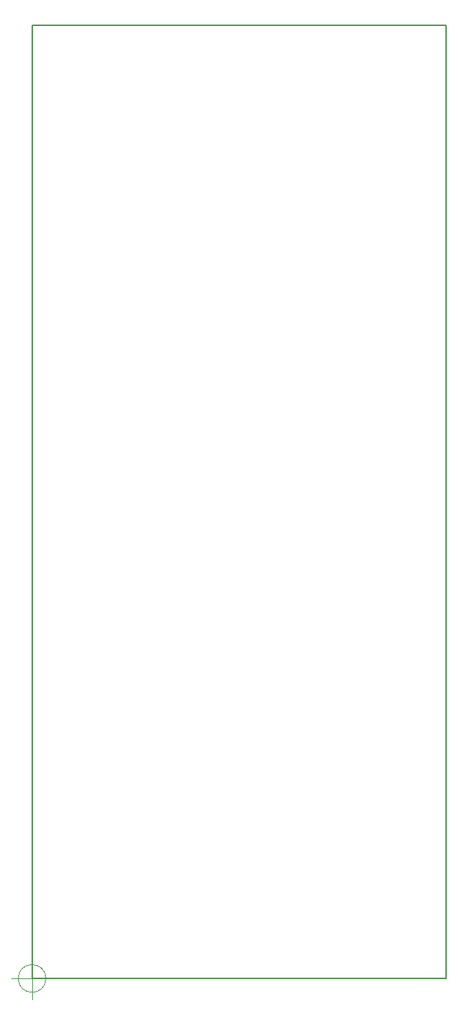
<source format=gbr>
G04 #@! TF.GenerationSoftware,KiCad,Pcbnew,(5.0.0-rc2-dev-311-g1dd4af297)*
G04 #@! TF.CreationDate,2018-05-06T13:38:39-07:00*
G04 #@! TF.ProjectId,workshop_drum1.2,776F726B73686F705F6472756D312E32,rev?*
G04 #@! TF.SameCoordinates,Original*
G04 #@! TF.FileFunction,Profile,NP*
%FSLAX46Y46*%
G04 Gerber Fmt 4.6, Leading zero omitted, Abs format (unit mm)*
G04 Created by KiCad (PCBNEW (5.0.0-rc2-dev-311-g1dd4af297)) date 05/06/18 13:38:39*
%MOMM*%
%LPD*%
G01*
G04 APERTURE LIST*
%ADD10C,0.100000*%
%ADD11C,0.200000*%
G04 APERTURE END LIST*
D10*
X124602666Y-152400000D02*
G75*
G03X124602666Y-152400000I-1666666J0D01*
G01*
X120436000Y-152400000D02*
X125436000Y-152400000D01*
X122936000Y-149900000D02*
X122936000Y-154900000D01*
D11*
X172936000Y-152400000D02*
X122936000Y-152400000D01*
X172936000Y-37400000D02*
X172936000Y-152400000D01*
X122936000Y-37400000D02*
X172936000Y-37400000D01*
X122936000Y-152400000D02*
X122936000Y-37400000D01*
M02*

</source>
